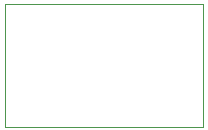
<source format=gbr>
%TF.GenerationSoftware,KiCad,Pcbnew,(5.1.6)-1*%
%TF.CreationDate,2021-10-24T13:19:55-07:00*%
%TF.ProjectId,MPXH61115AC6U Adapter,4d505848-3631-4313-9135-414336552041,rev?*%
%TF.SameCoordinates,Original*%
%TF.FileFunction,Profile,NP*%
%FSLAX46Y46*%
G04 Gerber Fmt 4.6, Leading zero omitted, Abs format (unit mm)*
G04 Created by KiCad (PCBNEW (5.1.6)-1) date 2021-10-24 13:19:55*
%MOMM*%
%LPD*%
G01*
G04 APERTURE LIST*
%TA.AperFunction,Profile*%
%ADD10C,0.050000*%
%TD*%
G04 APERTURE END LIST*
D10*
X135763000Y-94869000D02*
X135763000Y-84455000D01*
X152527000Y-94869000D02*
X135763000Y-94869000D01*
X152527000Y-84455000D02*
X152527000Y-94869000D01*
X135763000Y-84455000D02*
X152527000Y-84455000D01*
M02*

</source>
